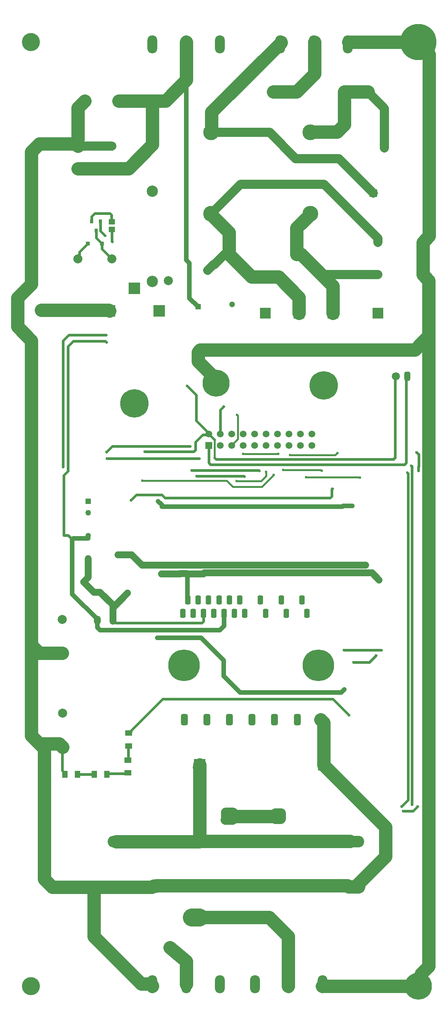
<source format=gbl>
%FSTAX23Y23*%
%MOIN*%
%SFA1B1*%

%IPPOS*%
%AMD102*
4,1,8,0.029500,-0.034400,0.029500,0.034400,0.014800,0.049200,-0.014800,0.049200,-0.029500,0.034400,-0.029500,-0.034400,-0.014800,-0.049200,0.014800,-0.049200,0.029500,-0.034400,0.0*
1,1,0.029528,0.014800,-0.034400*
1,1,0.029528,0.014800,0.034400*
1,1,0.029528,-0.014800,0.034400*
1,1,0.029528,-0.014800,-0.034400*
%
%AMD103*
4,1,8,0.023600,-0.027600,0.023600,0.027600,0.011800,0.039400,-0.011800,0.039400,-0.023600,0.027600,-0.023600,-0.027600,-0.011800,-0.039400,0.011800,-0.039400,0.023600,-0.027600,0.0*
1,1,0.023622,0.011800,-0.027600*
1,1,0.023622,0.011800,0.027600*
1,1,0.023622,-0.011800,0.027600*
1,1,0.023622,-0.011800,-0.027600*
%
%AMD107*
4,1,8,0.025600,-0.026600,0.025600,0.026600,0.012800,0.039400,-0.012800,0.039400,-0.025600,0.026600,-0.025600,-0.026600,-0.012800,-0.039400,0.012800,-0.039400,0.025600,-0.026600,0.0*
1,1,0.025591,0.012800,-0.026600*
1,1,0.025591,0.012800,0.026600*
1,1,0.025591,-0.012800,0.026600*
1,1,0.025591,-0.012800,-0.026600*
%
%ADD13C,0.023622*%
%ADD54C,0.050000*%
%ADD55R,0.050000X0.050000*%
%ADD72R,0.053150X0.045275*%
%ADD73R,0.047244X0.064960*%
%ADD84C,0.039370*%
%ADD85C,0.118110*%
%ADD86C,0.078740*%
%ADD87C,0.015748*%
%ADD88C,0.059055*%
%ADD90R,0.059055X0.059055*%
%ADD91C,0.059055*%
%ADD92C,0.078740*%
%ADD93C,0.070866*%
%ADD94R,0.070866X0.070866*%
%ADD95C,0.248031*%
%ADD96R,0.094488X0.094488*%
%ADD97R,0.098425X0.098425*%
%ADD98C,0.051181*%
%ADD99R,0.051181X0.051181*%
%ADD100O,0.086614X0.157480*%
%ADD101C,0.275590*%
G04~CAMADD=102~8~0.0~0.0~984.3~590.6~147.6~0.0~15~0.0~0.0~0.0~0.0~0~0.0~0.0~0.0~0.0~0~0.0~0.0~0.0~270.0~590.0~984.0*
%ADD102D102*%
G04~CAMADD=103~8~0.0~0.0~787.4~472.4~118.1~0.0~15~0.0~0.0~0.0~0.0~0~0.0~0.0~0.0~0.0~0~0.0~0.0~0.0~270.0~474.0~788.0*
%ADD103D103*%
%ADD104R,0.051181X0.051181*%
%ADD105C,0.056102*%
%ADD106C,0.137795*%
G04~CAMADD=107~8~0.0~0.0~787.4~511.8~128.0~0.0~15~0.0~0.0~0.0~0.0~0~0.0~0.0~0.0~0.0~0~0.0~0.0~0.0~270.0~513.0~788.0*
%ADD107D107*%
%ADD108O,0.153543X0.102362*%
%ADD109C,0.236220*%
%ADD110C,0.314960*%
%ADD111C,0.157480*%
%ADD112O,0.059055X0.078740*%
%ADD113C,0.098425*%
%ADD114C,0.023622*%
%ADD115C,0.039370*%
%ADD116R,0.064960X0.047244*%
%ADD117R,0.031496X0.035433*%
%ADD118R,0.035433X0.037401*%
%ADD119C,0.157480*%
%LNservo_pwr-1*%
%LPD*%
G54D13*
X0133Y04644D02*
X01344Y0463D01*
X01279Y04852D02*
X0133Y04801D01*
X02891Y0463D02*
X02905Y04644D01*
X01344Y0463D02*
X02891D01*
X00019Y01877D02*
Y01898D01*
X0Y01918D02*
X00019Y01898D01*
X0Y01918D02*
Y02121D01*
X03051Y01622D02*
Y0457D01*
X03047Y04574D02*
X03051Y0457D01*
X01379Y04852D02*
Y05061D01*
X01409Y0509*
X0311Y04531D02*
Y04568D01*
X03111Y04569*
Y04676*
X03094Y04692D02*
X03111Y04676D01*
X02976Y01566D02*
X03062D01*
X03102Y01606D02*
D01*
X03062Y01566D02*
X03102Y01606D01*
X03011Y04515D02*
X03019Y04507D01*
Y01661D02*
Y04507D01*
X02964Y01606D02*
X03019Y01661D01*
X02354Y0437D02*
X02358Y04374D01*
X02354Y04309D02*
Y0437D01*
X00897Y04295D02*
X0234D01*
X02354Y04309*
X00645Y04322D02*
X0087D01*
X00897Y04295*
X00598Y04275D02*
X00645Y04322D01*
X01173Y04484D02*
X01586D01*
X0159Y0448*
X01716Y04535D02*
X0172Y04531D01*
X01129Y04535D02*
X01716D01*
X03001Y046D02*
Y05344D01*
X02988Y04586D02*
X03001Y046D01*
X01293Y04586D02*
X02988D01*
X01279Y046D02*
X01293Y04586D01*
X01279Y046D02*
Y04752D01*
X00599Y02264D02*
X00875Y02541D01*
X02364*
X02503Y02401*
X00578Y02244D02*
X00587D01*
X00599Y02255*
Y02264*
X00574Y02007D02*
X00576Y02009D01*
Y02131*
X00578Y02133*
X00389Y01885D02*
X00395Y01891D01*
X00568*
X00574Y01897*
X00133Y01885D02*
X00279D01*
X0Y02121D02*
X00001Y02123D01*
X01279Y04852D02*
Y04857D01*
X01169Y04968D02*
X01279Y04857D01*
X01169Y04968D02*
Y05192D01*
X0109Y05271D02*
X01169Y05192D01*
X02905Y04644D02*
Y05346D01*
X00056Y05715D02*
X00384D01*
X00375Y05661D02*
X00385Y05651D01*
X00096Y05661D02*
X00375D01*
X00049Y04528D02*
Y05614D01*
X00096Y05661*
X00006Y05666D02*
X00056Y05715D01*
X00006Y04564D02*
Y05666D01*
X00437Y04745D02*
X01115D01*
X00386Y04694D02*
X00437Y04745D01*
X00011Y04491D02*
X00049Y04528D01*
X00011Y03967D02*
Y04491D01*
Y03967D02*
X00052D01*
X00086Y03933*
X02533Y04226D02*
X02536Y04229D01*
X0254*
X00397Y04638D02*
X00398Y04639D01*
X00389Y04638D02*
X00397D01*
X00398Y04639D02*
X01195D01*
X02905Y05346D02*
X02913Y05354D01*
X03001Y05344D02*
X03011Y05354D01*
X00345Y06465D02*
Y06511D01*
Y06465D02*
X00433Y06377D01*
X01273Y04845D02*
X01279Y04852D01*
X01225Y04845D02*
X01273D01*
X01161Y04781D02*
X01225Y04845D01*
X0072Y04697D02*
X01147D01*
X01161Y04711*
Y04781*
X00718Y04699D02*
X0072Y04697D01*
X00332Y0662D02*
Y06704D01*
Y0662D02*
X00372Y0658D01*
X00283Y06774D02*
X00416D01*
X0043Y06706D02*
X00433Y06703D01*
X0043Y06706D02*
Y0676D01*
X00416Y06774D02*
X0043Y0676D01*
X00257Y06749D02*
X00283Y06774D01*
X00257Y06704D02*
Y06749D01*
X00295Y06562D02*
Y06625D01*
Y06562D02*
X00345Y06512D01*
Y06511D02*
Y06512D01*
X00221Y0651D02*
Y06511D01*
X00148Y06437D02*
X00221Y0651D01*
X00148Y06388D02*
Y06437D01*
X00137Y06377D02*
X00148Y06388D01*
X00433Y06531D02*
Y06634D01*
Y06531D02*
X00436Y06528D01*
X02681Y02862D02*
X0274Y02921D01*
X02543Y02862D02*
X02681D01*
X0246Y02968D02*
X02787D01*
X01232Y03218D02*
Y03287D01*
X00442Y03228D02*
Y03228D01*
Y03228D02*
X00459Y03211D01*
X00459*
X00466Y03204*
X01218*
X01232Y03218*
G54D54*
X00226Y03764D03*
Y03964D03*
Y04164D03*
G54D55*
X00226Y04264D03*
G54D72*
X00433Y06703D03*
Y06634D03*
G54D73*
X00389Y01885D03*
X00279D03*
X00133D03*
X00023D03*
G54D84*
X0111Y06035D02*
Y06342D01*
X01084Y06368D02*
Y06498D01*
Y06368D02*
X0111Y06342D01*
X01082Y065D02*
Y07937D01*
Y065D02*
X01084Y06498D01*
X0111Y06035D02*
X01185Y0596D01*
X01597Y04219D02*
X02447D01*
X02453Y04226D02*
X02533D01*
X00095Y03942D02*
X00226D01*
X00086Y03933D02*
X00095Y03942D01*
X00868Y04219D02*
X01597D01*
X00837Y04266D02*
X00868Y04236D01*
Y04219D02*
Y04236D01*
X02447Y04219D02*
X02453Y04225D01*
X01409Y0274D02*
X01551Y02598D01*
X02437D02*
X02462Y02624D01*
X01551Y02598D02*
X02437D01*
X01092Y03409D02*
Y03637D01*
Y03409D02*
X01096Y03405D01*
X01409Y0274D02*
Y02877D01*
X01212Y03074D02*
X01409Y02877D01*
X0083Y03074D02*
X01212D01*
X0033Y03141D02*
X01377D01*
X00305Y03228D02*
X00307Y03226D01*
Y03164D02*
Y03226D01*
Y03164D02*
X0033Y03141D01*
X01377D02*
X01413Y03177D01*
Y03287*
X00086Y03456D02*
Y03933D01*
X00305Y03228D02*
Y03238D01*
X00086Y03456D02*
X00305Y03238D01*
G54D85*
X-00157Y02153D02*
X-00028D01*
X-00202D02*
X-00157D01*
X00472Y00901D02*
X00783D01*
X00283D02*
X00472D01*
X00771Y00059D02*
X00787Y00043D01*
X01082Y00055D02*
Y00255D01*
X0094Y00374D02*
X01082Y00255D01*
X02283Y01964D02*
X02822Y01425D01*
X02283Y01964D02*
Y01968D01*
X02822Y01169D02*
Y01425D01*
X025Y00905D02*
X02541D01*
X00795Y00913D02*
X0082D01*
X00823Y00915*
X02489*
X02559Y00905D02*
X02586D01*
X02489Y00915D02*
X025Y00905D01*
X00783Y00901D02*
X00795Y00913D01*
X01204Y05586D02*
X03078D01*
X032Y00213D02*
Y05708D01*
X03149Y0624D02*
X032Y06189D01*
Y05708D02*
Y06189D01*
X03132Y00145D02*
X032Y00213D01*
X03078Y05586D02*
X032Y05708D01*
X0311Y00039D02*
X03132Y00061D01*
Y00145*
X02268Y00039D02*
X0311D01*
X00901Y07755D02*
X01082Y07937D01*
X-00157Y0097D02*
Y02108D01*
X-00202Y02153D02*
X-00157Y02108D01*
X-00392Y05787D02*
Y06037D01*
X-00271Y06158D02*
Y07312D01*
X-00392Y06037D02*
X-00271Y06158D01*
X-00392Y05787D02*
X-00271Y05666D01*
Y0301D02*
Y05666D01*
X-00185Y05933D02*
X-00133D01*
X00405*
X00413Y05925*
X00118Y07381D02*
X00137Y07362D01*
X-00202Y07381D02*
X00118D01*
X-00271Y07312D02*
X-00202Y07381D01*
X-00271Y02222D02*
Y0301D01*
X-00028Y02153D02*
X00001Y02123D01*
X-00271Y02222D02*
X-00202Y02153D01*
Y0294D02*
X0D01*
X-00271Y0301D02*
X-00202Y0294D01*
X00136Y07422D02*
Y07695D01*
X-00088Y00901D02*
X00283D01*
X-00157Y0097D02*
X-00088Y00901D01*
X00136Y07695D02*
X00196Y07755D01*
X00275Y00472D02*
X00688Y00059D01*
X00771*
X00787Y00039D02*
Y00043D01*
X01195Y00637D02*
X01807D01*
X02559Y00905D02*
X02822Y01169D01*
X012Y01303D02*
X02513D01*
X00472Y01299D02*
X01196D01*
X00468D02*
X00472D01*
X01527Y01519D02*
X0183D01*
X01973Y00039D02*
Y00471D01*
X01807Y00637D02*
X01973Y00471D01*
X012Y01303D02*
Y01968D01*
X02283D02*
Y02336D01*
X02257Y02362D02*
X02283Y02336D01*
X01196Y01299D02*
X012Y01303D01*
X00275Y00472D02*
Y00893D01*
X00283Y00901*
X00137Y07165D02*
X00433D01*
X02047Y06417D02*
X02086D01*
X02262Y0624*
X00783Y07755D02*
X00901D01*
X00492D02*
X00783D01*
X00787Y07374D02*
Y07751D01*
X00783Y07755D02*
X00787Y07751D01*
X00578Y07165D02*
X00787Y07374D01*
X00433Y07165D02*
X00578D01*
X01082Y07937D02*
Y08267D01*
X01185Y05484D02*
Y05566D01*
Y05484D02*
X01342Y05327D01*
Y05295D02*
Y05327D01*
X01185Y05566D02*
X01204Y05586D01*
X03149Y0624D02*
Y06523D01*
X03204Y06578*
X0311Y08257D02*
Y08267D01*
Y08257D02*
X03204Y08162D01*
Y06578D02*
Y08162D01*
X025Y08267D02*
D01*
X0311*
X02262Y0624D02*
X02362Y06141D01*
Y05905D02*
Y06141D01*
X01889Y0622D02*
X02066Y06043D01*
Y05905D02*
Y06043D01*
X01653Y0622D02*
X01889D01*
X02165Y06766D02*
Y06771D01*
X02047Y06648D02*
X02165Y06766D01*
X02047Y06417D02*
Y06648D01*
X01456Y06417D02*
X01653Y0622D01*
X01299Y06766D02*
Y06771D01*
Y06766D02*
X01456Y06608D01*
Y06417D02*
Y06608D01*
X02464Y07549D02*
Y07834D01*
X02165Y0748D02*
X02169Y07484D01*
X02399*
X02464Y07549*
X02204Y07992D02*
Y08267D01*
X02047Y07834D02*
X02204Y07992D01*
X02464Y07834D02*
X02669D01*
X01909Y08263D02*
Y08267D01*
X01302Y07657D02*
X01909Y08263D01*
X01302Y07484D02*
Y07657D01*
X01299Y0748D02*
X01302Y07484D01*
X01842Y07834D02*
X02047D01*
G54D86*
X01269Y06279D02*
X01318Y06328D01*
X01328D02*
X01417Y06417D01*
X01318Y06328D02*
X01328D01*
X01417Y06417D02*
X01456D01*
X00137Y07362D02*
X00433D01*
X01858Y01547D02*
X01913D01*
Y01496D02*
Y01547D01*
X01858Y01492D02*
X01909D01*
X0183Y01519D02*
X01858Y01547D01*
X01425Y01492D02*
Y01555D01*
X01421Y01488D02*
X01424Y01485D01*
X01421Y01488D02*
X01425Y01492D01*
X01424Y01485D02*
X01489D01*
X01492Y01488*
X01425Y01555D02*
X01492D01*
X01909Y01492D02*
X01913Y01496D01*
X01178Y01945D02*
X012Y01968D01*
X02047Y06417D02*
X02059Y06405D01*
X01555Y07027D02*
X02287D01*
X02755Y06523D02*
Y06559D01*
X02287Y07027D02*
X02755Y06559D01*
X01299Y06771D02*
X01555Y07027D01*
X02262Y0624D02*
X02755D01*
X01299Y0748D02*
X01811D01*
X02037Y07253D02*
X02415D01*
X01811Y0748D02*
X02037Y07253D01*
X02415D02*
X02716Y06952D01*
X02669Y07834D02*
X02814Y07688D01*
Y07346D02*
Y07688D01*
G54D87*
X0133Y04644D02*
Y04801D01*
X01578Y04677D02*
X01885D01*
X02129Y04476D02*
X02592D01*
X02596Y04472*
X02598*
X01988Y04669D02*
X02383D01*
X02399Y04685*
X02401*
X01929Y04539D02*
X02257D01*
X02265Y04531*
X02267*
X01744Y04393D02*
X01846Y04496D01*
X01437Y04444D02*
X01488Y04393D01*
X01744*
X007Y04444D02*
X01437D01*
X01779Y04484D02*
Y04521D01*
X01736Y0444D02*
X01779Y04484D01*
X01523Y0444D02*
X01736D01*
X01479Y04755D02*
X01531Y04807D01*
Y05013*
X01527Y05017D02*
X01531Y05013D01*
X01527Y05017D02*
Y05019D01*
X01479Y04752D02*
Y04755D01*
G54D88*
X01232Y03633D02*
X01239Y0364D01*
X01092Y03633D02*
X01232D01*
X01029Y03634D02*
X01082D01*
X01028Y03633D02*
X01029Y03634D01*
X00866Y03633D02*
X01028D01*
X02535Y03641D02*
X02705D01*
X02167D02*
X02535D01*
X01564D02*
X01696D01*
X01971*
X01401D02*
X01564D01*
X01239D02*
X01401D01*
X01971D02*
X02167D01*
X00187Y03561D02*
X00226Y036D01*
Y03764*
X00695Y03709D02*
X02648D01*
X02649Y03708*
X00606Y03799D02*
X00695Y03709D01*
X00442Y03336D02*
Y0336D01*
Y03228D02*
Y03336D01*
X0057Y03464*
X02705Y03641D02*
X02767Y03578D01*
X0033Y03472D02*
X00442Y0336D01*
X00275Y03472D02*
X0033D01*
X00187Y03561D02*
X00275Y03472D01*
X00486Y03799D02*
X00606D01*
G54D90*
X01279Y04752D03*
G54D91*
X01379Y04752D03*
X01479D03*
X01579D03*
X01679D03*
X01779D03*
X01879D03*
X01979D03*
X02079D03*
X02179D03*
Y04852D03*
X02079D03*
X01979D03*
X01879D03*
X01779D03*
X01679D03*
X01579D03*
X01479D03*
X01379D03*
X01279D03*
X02047Y06417D03*
X01456D03*
G54D92*
X0094Y00374D03*
X00925Y06188D03*
X00433Y07165D03*
Y07362D03*
X00137D03*
Y07165D03*
Y06377D03*
X00433D03*
X00001Y02123D03*
Y02418D03*
X0Y0294D03*
Y03236D03*
X01842Y07834D03*
X02047D03*
X02669D03*
X02464D03*
X00492Y07755D03*
X00196D03*
G54D93*
X02814Y07346D03*
X02913Y05354D03*
G54D94*
X02716Y06952D03*
G54D95*
X02283Y05275D03*
X00629Y05118D03*
G54D96*
X02755Y05905D03*
X02362D03*
X02066D03*
X01771D03*
G54D97*
X00413Y05925D03*
X00629Y06122D03*
X00846Y05925D03*
X012Y01968D03*
X02283D03*
G54D98*
X01185Y05566D03*
X03149Y0624D03*
X02755Y06523D03*
X01484Y0598D03*
G54D99*
X01185Y0596D03*
X01484Y05586D03*
G54D100*
X02492Y08248D03*
X02196D03*
X01901D03*
X01377D03*
X01082D03*
X00787D03*
X01377Y00055D03*
X01082D03*
X00787D03*
X02271D03*
X01976D03*
X01681D03*
G54D101*
X01062Y02834D03*
X02236D03*
G54D102*
X02248Y02362D03*
X02051D03*
X01854D03*
X01657D03*
X0146D03*
X01263D03*
X01066D03*
G54D103*
X01051Y03287D03*
X01096Y03405D03*
X01141Y03287D03*
X01187Y03405D03*
X01232Y03287D03*
X01277Y03405D03*
X01322Y03287D03*
X01368Y03405D03*
X01413Y03287D03*
X01458Y03405D03*
X01503Y03287D03*
X01549Y03405D03*
X01594Y03287D03*
X0173Y03405D03*
X01775Y03287D03*
X01911Y03405D03*
X01956Y03287D03*
X02092Y03405D03*
X02137Y03287D03*
G54D104*
X02755Y0624D03*
X03149Y06523D03*
G54D105*
X01269Y06279D03*
X02214D03*
G54D106*
X02165Y06771D03*
X01299D03*
X02165Y0748D03*
X01299D03*
G54D107*
X03011Y05354D03*
G54D108*
X02559Y00905D03*
Y01299D03*
X00472Y00905D03*
Y01299D03*
G54D109*
X0311Y00039D03*
X01342Y05295D03*
G54D110*
X0311Y08267D03*
G54D111*
X-00275Y08267D03*
Y00039D03*
G54D112*
X00305Y03228D03*
X00442D03*
G54D113*
X00787Y06181D03*
Y06968D03*
G54D114*
X01029Y03634D03*
X00866Y03633D03*
X01885Y04677D03*
X01578D03*
X03047Y04574D03*
X01409Y0509D03*
X03094Y04692D03*
X0311Y04531D03*
X03102Y01606D03*
X03051Y01622D03*
X02976Y01566D03*
X02358Y04374D03*
X00598Y04275D03*
X02598Y04472D03*
X02129Y04476D03*
X02401Y04685D03*
X01988Y04669D03*
X02267Y04531D03*
X01929Y04539D03*
X01846Y04496D03*
X007Y04444D03*
X01779Y04521D03*
X01523Y0444D03*
X01527Y05019D03*
X0159Y0448D03*
X01173Y04484D03*
X01129Y04535D03*
X0172Y04531D03*
X03011Y04515D03*
X02964Y01606D03*
X02898Y04637D03*
X02503Y02401D03*
X0109Y05271D03*
X00384Y05715D03*
X00385Y05651D03*
X00386Y04694D03*
X00006Y04564D03*
X00187Y03561D03*
X02164Y04221D03*
X01973D03*
X01784Y0422D03*
X01597Y04219D03*
X01404Y0422D03*
X01215D03*
X01025Y04221D03*
X02453Y04225D03*
X0254Y04229D03*
X00837Y04266D03*
X00389Y04638D03*
X01195Y04639D03*
X00718Y04699D03*
X00372Y0658D03*
X00436Y06528D03*
X01115Y04745D03*
X00981Y03712D03*
X01122Y03708D03*
X01312Y03711D03*
X01494Y03708D03*
X01689D03*
X01875Y03705D03*
X02071Y03708D03*
X02263Y03707D03*
X01239Y0364D03*
X01401Y03637D03*
X01696Y03638D03*
X01564Y03639D03*
X01971Y03635D03*
X02167Y03634D03*
X02535Y03635D03*
X02543Y02862D03*
X0274Y02921D03*
X02767Y03578D03*
X02649Y03708D03*
X02787Y02968D03*
X0246D03*
X02462Y02624D03*
X0057Y03464D03*
X0083Y03074D03*
G54D115*
X-0019Y05909D03*
X-00193Y05962D03*
X-0014Y0591D03*
Y0596D03*
X00486Y03799D03*
X01421Y01488D03*
X01858Y01492D03*
X01913Y01496D03*
Y01547D03*
X01858D03*
X01492Y01488D03*
Y01555D03*
X01425D03*
X01195Y00613D03*
X01136D03*
X01195Y00672D03*
X01137Y00673D03*
G54D116*
X00578Y02244D03*
Y02133D03*
X00574Y02007D03*
Y01897D03*
G54D117*
X00295Y06625D03*
X00332Y06704D03*
X00257D03*
G54D118*
X00221Y06511D03*
X00345D03*
G54D119*
X01129Y00637D02*
X01195D01*
M02*
</source>
